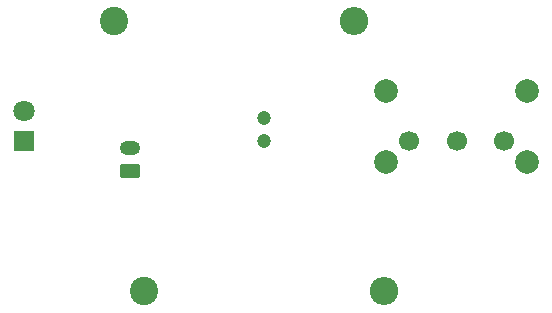
<source format=gbr>
%TF.GenerationSoftware,KiCad,Pcbnew,(6.0.10)*%
%TF.CreationDate,2023-02-23T16:01:06-08:00*%
%TF.ProjectId,lab4 Exercise 1,6c616234-2045-4786-9572-636973652031,rev?*%
%TF.SameCoordinates,Original*%
%TF.FileFunction,Soldermask,Top*%
%TF.FilePolarity,Negative*%
%FSLAX46Y46*%
G04 Gerber Fmt 4.6, Leading zero omitted, Abs format (unit mm)*
G04 Created by KiCad (PCBNEW (6.0.10)) date 2023-02-23 16:01:06*
%MOMM*%
%LPD*%
G01*
G04 APERTURE LIST*
G04 Aperture macros list*
%AMRoundRect*
0 Rectangle with rounded corners*
0 $1 Rounding radius*
0 $2 $3 $4 $5 $6 $7 $8 $9 X,Y pos of 4 corners*
0 Add a 4 corners polygon primitive as box body*
4,1,4,$2,$3,$4,$5,$6,$7,$8,$9,$2,$3,0*
0 Add four circle primitives for the rounded corners*
1,1,$1+$1,$2,$3*
1,1,$1+$1,$4,$5*
1,1,$1+$1,$6,$7*
1,1,$1+$1,$8,$9*
0 Add four rect primitives between the rounded corners*
20,1,$1+$1,$2,$3,$4,$5,0*
20,1,$1+$1,$4,$5,$6,$7,0*
20,1,$1+$1,$6,$7,$8,$9,0*
20,1,$1+$1,$8,$9,$2,$3,0*%
G04 Aperture macros list end*
%ADD10R,1.800000X1.800000*%
%ADD11C,1.800000*%
%ADD12C,2.000000*%
%ADD13C,1.700000*%
%ADD14RoundRect,0.250000X0.625000X-0.350000X0.625000X0.350000X-0.625000X0.350000X-0.625000X-0.350000X0*%
%ADD15O,1.750000X1.200000*%
%ADD16C,1.200000*%
%ADD17C,2.400000*%
%ADD18O,2.400000X2.400000*%
G04 APERTURE END LIST*
D10*
%TO.C,D1*%
X124460000Y-88900000D03*
D11*
X124460000Y-86360000D03*
%TD*%
D12*
%TO.C,SW1*%
X155100000Y-84650000D03*
X167100000Y-90650000D03*
X155100000Y-90650000D03*
X167100000Y-84650000D03*
D13*
X165100000Y-88900000D03*
X161100000Y-88900000D03*
X157100000Y-88900000D03*
%TD*%
D14*
%TO.C,J1*%
X133420000Y-91440000D03*
D15*
X133420000Y-89440000D03*
%TD*%
D16*
%TO.C,C1*%
X144780000Y-88900000D03*
X144780000Y-86900000D03*
%TD*%
D17*
%TO.C,R2*%
X134620000Y-101600000D03*
D18*
X154940000Y-101600000D03*
%TD*%
D17*
%TO.C,R1*%
X132080000Y-78740000D03*
D18*
X152400000Y-78740000D03*
%TD*%
M02*

</source>
